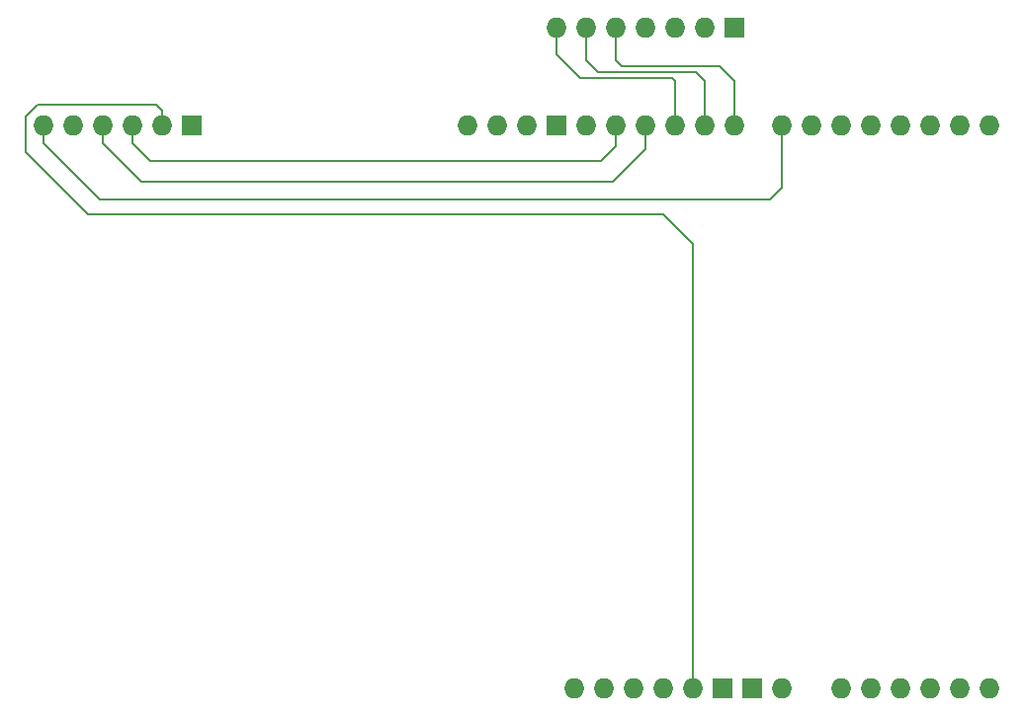
<source format=gbr>
%TF.GenerationSoftware,KiCad,Pcbnew,7.0.11+dfsg-1build4*%
%TF.CreationDate,2025-03-22T15:14:39-04:00*%
%TF.ProjectId,Peripherals Board,50657269-7068-4657-9261-6c7320426f61,rev?*%
%TF.SameCoordinates,Original*%
%TF.FileFunction,Copper,L1,Top*%
%TF.FilePolarity,Positive*%
%FSLAX46Y46*%
G04 Gerber Fmt 4.6, Leading zero omitted, Abs format (unit mm)*
G04 Created by KiCad (PCBNEW 7.0.11+dfsg-1build4) date 2025-03-22 15:14:39*
%MOMM*%
%LPD*%
G01*
G04 APERTURE LIST*
%TA.AperFunction,ComponentPad*%
%ADD10O,1.727200X1.727200*%
%TD*%
%TA.AperFunction,ComponentPad*%
%ADD11R,1.727200X1.727200*%
%TD*%
%TA.AperFunction,Conductor*%
%ADD12C,0.200000*%
%TD*%
G04 APERTURE END LIST*
D10*
%TO.P,,SDA*%
%TO.N,N/C*%
X150876000Y-70358000D03*
%TD*%
D11*
%TO.P,,GND*%
%TO.N,N/C*%
X112014000Y-78740000D03*
%TD*%
%TO.P,,GND*%
%TO.N,N/C*%
X158496000Y-70358000D03*
%TD*%
D10*
%TO.P,,SCK*%
%TO.N,N/C*%
X153416000Y-70358000D03*
%TD*%
%TO.P,,5V*%
%TO.N,N/C*%
X109474000Y-78740000D03*
%TD*%
%TO.P, ,3V3*%
%TO.N,N/C*%
X152400000Y-127000000D03*
%TO.P, ,5V1*%
X154940000Y-127000000D03*
%TO.P, ,A0*%
X167640000Y-127000000D03*
%TO.P, ,A1*%
X170180000Y-127000000D03*
%TO.P, ,A2*%
X172720000Y-127000000D03*
%TO.P, ,A3*%
X175260000Y-127000000D03*
%TO.P, ,A4*%
X177800000Y-127000000D03*
%TO.P, ,A5*%
X180340000Y-127000000D03*
%TO.P, ,AREF*%
X140716000Y-78740000D03*
%TO.P, ,BOOT*%
X144780000Y-127000000D03*
%TO.P, ,D0*%
X180340000Y-78740000D03*
%TO.P, ,D1*%
X177800000Y-78740000D03*
%TO.P, ,D2*%
X175260000Y-78740000D03*
%TO.P, ,D3*%
X172720000Y-78740000D03*
%TO.P, ,D4*%
X170180000Y-78740000D03*
%TO.P, ,D5*%
X167640000Y-78740000D03*
%TO.P, ,D6*%
X165100000Y-78740000D03*
%TO.P, ,D7*%
X162560000Y-78740000D03*
%TO.P, ,D8*%
X158496000Y-78740000D03*
%TO.P, ,D9*%
X155956000Y-78740000D03*
%TO.P, ,D10*%
X153416000Y-78740000D03*
%TO.P, ,D11*%
X150876000Y-78740000D03*
%TO.P, ,D12*%
X148336000Y-78740000D03*
%TO.P, ,D13*%
X145796000Y-78740000D03*
D11*
%TO.P, ,GND1*%
X143256000Y-78740000D03*
%TO.P, ,GND2*%
X157480000Y-127000000D03*
%TO.P, ,GND3*%
X160020000Y-127000000D03*
D10*
%TO.P, ,IORF*%
X147320000Y-127000000D03*
%TO.P, ,RST1*%
X149860000Y-127000000D03*
%TO.P, ,SCL*%
X135636000Y-78740000D03*
%TO.P, ,SDA*%
X138176000Y-78740000D03*
%TO.P, ,VIN*%
X162560000Y-127000000D03*
%TD*%
%TO.P,,3V3*%
%TO.N,N/C*%
X155956000Y-70358000D03*
%TD*%
%TO.P,,MISO*%
%TO.N,N/C*%
X106934000Y-78740000D03*
%TD*%
%TO.P,,CS*%
%TO.N,N/C*%
X143256000Y-70358000D03*
%TD*%
%TO.P,,RES*%
%TO.N,N/C*%
X148336000Y-70358000D03*
%TD*%
%TO.P,,MOSI*%
%TO.N,N/C*%
X104394000Y-78740000D03*
%TD*%
%TO.P,,SCK*%
%TO.N,N/C*%
X101854000Y-78740000D03*
%TD*%
%TO.P,,CS*%
%TO.N,N/C*%
X99314000Y-78740000D03*
%TD*%
%TO.P,,DC*%
%TO.N,N/C*%
X145796000Y-70358000D03*
%TD*%
D12*
%TO.N,*%
X153162000Y-74676000D02*
X153416000Y-74930000D01*
X148844000Y-73660000D02*
X157226000Y-73660000D01*
X97790000Y-81026000D02*
X103124000Y-86360000D01*
X147066000Y-81788000D02*
X148336000Y-80518000D01*
X99314000Y-80264000D02*
X104140000Y-85090000D01*
X161544000Y-85090000D02*
X162560000Y-84074000D01*
X143256000Y-72644000D02*
X145288000Y-74676000D01*
X153416000Y-74930000D02*
X153416000Y-78740000D01*
X99314000Y-78740000D02*
X99314000Y-80264000D01*
X104140000Y-85090000D02*
X161544000Y-85090000D01*
X107696000Y-83566000D02*
X148082000Y-83566000D01*
X109474000Y-78740000D02*
X109474000Y-77470000D01*
X145796000Y-70358000D02*
X145796000Y-73152000D01*
X162560000Y-84074000D02*
X162560000Y-78740000D01*
X104394000Y-80264000D02*
X107696000Y-83566000D01*
X148336000Y-73152000D02*
X148844000Y-73660000D01*
X146812000Y-74168000D02*
X155194000Y-74168000D01*
X109474000Y-77470000D02*
X108966000Y-76962000D01*
X145796000Y-73152000D02*
X146812000Y-74168000D01*
X155956000Y-74930000D02*
X155956000Y-78740000D01*
X150876000Y-80772000D02*
X150876000Y-78740000D01*
X148082000Y-83566000D02*
X150876000Y-80772000D01*
X152400000Y-86360000D02*
X154940000Y-88900000D01*
X143256000Y-70358000D02*
X143256000Y-72644000D01*
X98806000Y-76962000D02*
X97790000Y-77978000D01*
X108458000Y-81788000D02*
X147066000Y-81788000D01*
X158496000Y-74930000D02*
X158496000Y-78740000D01*
X155194000Y-74168000D02*
X155956000Y-74930000D01*
X104394000Y-78740000D02*
X104394000Y-80264000D01*
X106934000Y-78740000D02*
X106934000Y-80264000D01*
X157226000Y-73660000D02*
X158496000Y-74930000D01*
X97790000Y-77978000D02*
X97790000Y-81026000D01*
X106934000Y-80264000D02*
X108458000Y-81788000D01*
X103124000Y-86360000D02*
X152400000Y-86360000D01*
X148336000Y-80518000D02*
X148336000Y-78740000D01*
X148336000Y-70358000D02*
X148336000Y-73152000D01*
X145288000Y-74676000D02*
X153162000Y-74676000D01*
X108966000Y-76962000D02*
X98806000Y-76962000D01*
X154940000Y-88900000D02*
X154940000Y-127000000D01*
%TD*%
M02*

</source>
